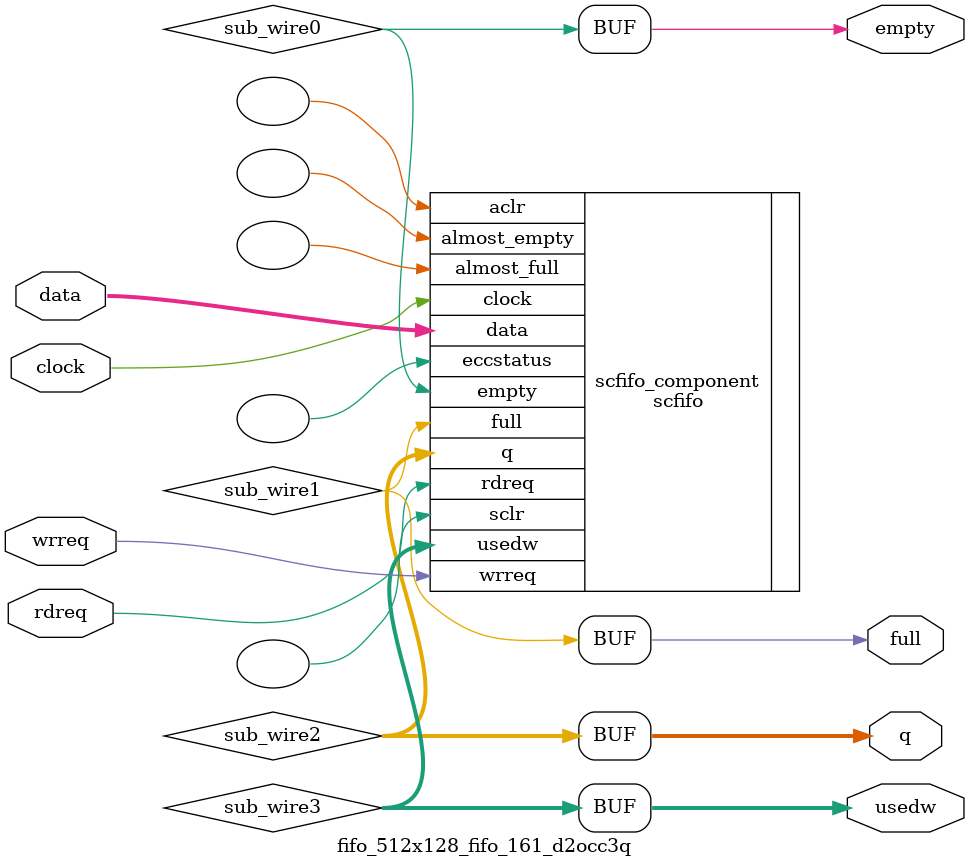
<source format=v>



`timescale 1 ps / 1 ps
// synopsys translate_on
module  fifo_512x128_fifo_161_d2occ3q  (
    clock,
    data,
    rdreq,
    wrreq,
    empty,
    full,
    q,
    usedw);

    input    clock;
    input  [127:0]  data;
    input    rdreq;
    input    wrreq;
    output   empty;
    output   full;
    output [127:0]  q;
    output [10:0]  usedw;

    wire  sub_wire0;
    wire  sub_wire1;
    wire [127:0] sub_wire2;
    wire [10:0] sub_wire3;
    wire  empty = sub_wire0;
    wire  full = sub_wire1;
    wire [127:0] q = sub_wire2[127:0];
    wire [10:0] usedw = sub_wire3[10:0];

    scfifo  scfifo_component (
                .clock (clock),
                .data (data),
                .rdreq (rdreq),
                .wrreq (wrreq),
                .empty (sub_wire0),
                .full (sub_wire1),
                .q (sub_wire2),
                .usedw (sub_wire3),
                .aclr (),
                .almost_empty (),
                .almost_full (),
                .eccstatus (),
                .sclr ());
    defparam
        scfifo_component.add_ram_output_register  = "OFF",
        scfifo_component.enable_ecc  = "FALSE",
        scfifo_component.intended_device_family  = "Arria 10",
        scfifo_component.lpm_numwords  = 2048,
        scfifo_component.lpm_showahead  = "OFF",
        scfifo_component.lpm_type  = "scfifo",
        scfifo_component.lpm_width  = 128,
        scfifo_component.lpm_widthu  = 11,
        scfifo_component.overflow_checking  = "ON",
        scfifo_component.underflow_checking  = "ON",
        scfifo_component.use_eab  = "ON";


endmodule



</source>
